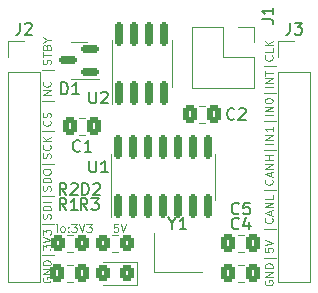
<source format=gto>
G04 #@! TF.GenerationSoftware,KiCad,Pcbnew,7.0.1*
G04 #@! TF.CreationDate,2023-10-25T20:54:25+02:00*
G04 #@! TF.ProjectId,canfd_breakout,63616e66-645f-4627-9265-616b6f75742e,rev?*
G04 #@! TF.SameCoordinates,Original*
G04 #@! TF.FileFunction,Legend,Top*
G04 #@! TF.FilePolarity,Positive*
%FSLAX46Y46*%
G04 Gerber Fmt 4.6, Leading zero omitted, Abs format (unit mm)*
G04 Created by KiCad (PCBNEW 7.0.1) date 2023-10-25 20:54:25*
%MOMM*%
%LPD*%
G01*
G04 APERTURE LIST*
G04 Aperture macros list*
%AMRoundRect*
0 Rectangle with rounded corners*
0 $1 Rounding radius*
0 $2 $3 $4 $5 $6 $7 $8 $9 X,Y pos of 4 corners*
0 Add a 4 corners polygon primitive as box body*
4,1,4,$2,$3,$4,$5,$6,$7,$8,$9,$2,$3,0*
0 Add four circle primitives for the rounded corners*
1,1,$1+$1,$2,$3*
1,1,$1+$1,$4,$5*
1,1,$1+$1,$6,$7*
1,1,$1+$1,$8,$9*
0 Add four rect primitives between the rounded corners*
20,1,$1+$1,$2,$3,$4,$5,0*
20,1,$1+$1,$4,$5,$6,$7,0*
20,1,$1+$1,$6,$7,$8,$9,0*
20,1,$1+$1,$8,$9,$2,$3,0*%
G04 Aperture macros list end*
%ADD10C,0.100000*%
%ADD11C,0.150000*%
%ADD12C,0.120000*%
%ADD13RoundRect,0.250000X-0.337500X-0.475000X0.337500X-0.475000X0.337500X0.475000X-0.337500X0.475000X0*%
%ADD14RoundRect,0.250000X0.325000X0.450000X-0.325000X0.450000X-0.325000X-0.450000X0.325000X-0.450000X0*%
%ADD15RoundRect,0.250000X0.350000X0.450000X-0.350000X0.450000X-0.350000X-0.450000X0.350000X-0.450000X0*%
%ADD16RoundRect,0.250000X-0.350000X-0.450000X0.350000X-0.450000X0.350000X0.450000X-0.350000X0.450000X0*%
%ADD17RoundRect,0.250000X0.337500X0.475000X-0.337500X0.475000X-0.337500X-0.475000X0.337500X-0.475000X0*%
%ADD18R,1.700000X1.700000*%
%ADD19O,1.700000X1.700000*%
%ADD20R,1.400000X1.200000*%
%ADD21RoundRect,0.150000X0.150000X-0.825000X0.150000X0.825000X-0.150000X0.825000X-0.150000X-0.825000X0*%
%ADD22RoundRect,0.150000X0.587500X0.150000X-0.587500X0.150000X-0.587500X-0.150000X0.587500X-0.150000X0*%
G04 APERTURE END LIST*
D10*
X102782666Y-114849333D02*
X102782666Y-114382666D01*
X102782666Y-114149333D02*
X102749333Y-114182666D01*
X102749333Y-114182666D02*
X102782666Y-114216000D01*
X102782666Y-114216000D02*
X102816000Y-114182666D01*
X102816000Y-114182666D02*
X102782666Y-114149333D01*
X102782666Y-114149333D02*
X102782666Y-114216000D01*
X103215999Y-114849333D02*
X103149333Y-114816000D01*
X103149333Y-114816000D02*
X103115999Y-114782666D01*
X103115999Y-114782666D02*
X103082666Y-114716000D01*
X103082666Y-114716000D02*
X103082666Y-114516000D01*
X103082666Y-114516000D02*
X103115999Y-114449333D01*
X103115999Y-114449333D02*
X103149333Y-114416000D01*
X103149333Y-114416000D02*
X103215999Y-114382666D01*
X103215999Y-114382666D02*
X103315999Y-114382666D01*
X103315999Y-114382666D02*
X103382666Y-114416000D01*
X103382666Y-114416000D02*
X103415999Y-114449333D01*
X103415999Y-114449333D02*
X103449333Y-114516000D01*
X103449333Y-114516000D02*
X103449333Y-114716000D01*
X103449333Y-114716000D02*
X103415999Y-114782666D01*
X103415999Y-114782666D02*
X103382666Y-114816000D01*
X103382666Y-114816000D02*
X103315999Y-114849333D01*
X103315999Y-114849333D02*
X103215999Y-114849333D01*
X103749332Y-114782666D02*
X103782666Y-114816000D01*
X103782666Y-114816000D02*
X103749332Y-114849333D01*
X103749332Y-114849333D02*
X103715999Y-114816000D01*
X103715999Y-114816000D02*
X103749332Y-114782666D01*
X103749332Y-114782666D02*
X103749332Y-114849333D01*
X103749332Y-114416000D02*
X103782666Y-114449333D01*
X103782666Y-114449333D02*
X103749332Y-114482666D01*
X103749332Y-114482666D02*
X103715999Y-114449333D01*
X103715999Y-114449333D02*
X103749332Y-114416000D01*
X103749332Y-114416000D02*
X103749332Y-114482666D01*
X104015999Y-114149333D02*
X104449332Y-114149333D01*
X104449332Y-114149333D02*
X104215999Y-114416000D01*
X104215999Y-114416000D02*
X104315999Y-114416000D01*
X104315999Y-114416000D02*
X104382665Y-114449333D01*
X104382665Y-114449333D02*
X104415999Y-114482666D01*
X104415999Y-114482666D02*
X104449332Y-114549333D01*
X104449332Y-114549333D02*
X104449332Y-114716000D01*
X104449332Y-114716000D02*
X104415999Y-114782666D01*
X104415999Y-114782666D02*
X104382665Y-114816000D01*
X104382665Y-114816000D02*
X104315999Y-114849333D01*
X104315999Y-114849333D02*
X104115999Y-114849333D01*
X104115999Y-114849333D02*
X104049332Y-114816000D01*
X104049332Y-114816000D02*
X104015999Y-114782666D01*
X104649332Y-114149333D02*
X104882666Y-114849333D01*
X104882666Y-114849333D02*
X105115999Y-114149333D01*
X105282666Y-114149333D02*
X105715999Y-114149333D01*
X105715999Y-114149333D02*
X105482666Y-114416000D01*
X105482666Y-114416000D02*
X105582666Y-114416000D01*
X105582666Y-114416000D02*
X105649332Y-114449333D01*
X105649332Y-114449333D02*
X105682666Y-114482666D01*
X105682666Y-114482666D02*
X105715999Y-114549333D01*
X105715999Y-114549333D02*
X105715999Y-114716000D01*
X105715999Y-114716000D02*
X105682666Y-114782666D01*
X105682666Y-114782666D02*
X105649332Y-114816000D01*
X105649332Y-114816000D02*
X105582666Y-114849333D01*
X105582666Y-114849333D02*
X105382666Y-114849333D01*
X105382666Y-114849333D02*
X105315999Y-114816000D01*
X105315999Y-114816000D02*
X105282666Y-114782666D01*
X107949332Y-114149333D02*
X107615998Y-114149333D01*
X107615998Y-114149333D02*
X107582665Y-114482666D01*
X107582665Y-114482666D02*
X107615998Y-114449333D01*
X107615998Y-114449333D02*
X107682665Y-114416000D01*
X107682665Y-114416000D02*
X107849332Y-114416000D01*
X107849332Y-114416000D02*
X107915998Y-114449333D01*
X107915998Y-114449333D02*
X107949332Y-114482666D01*
X107949332Y-114482666D02*
X107982665Y-114549333D01*
X107982665Y-114549333D02*
X107982665Y-114716000D01*
X107982665Y-114716000D02*
X107949332Y-114782666D01*
X107949332Y-114782666D02*
X107915998Y-114816000D01*
X107915998Y-114816000D02*
X107849332Y-114849333D01*
X107849332Y-114849333D02*
X107682665Y-114849333D01*
X107682665Y-114849333D02*
X107615998Y-114816000D01*
X107615998Y-114816000D02*
X107582665Y-114782666D01*
X108182665Y-114149333D02*
X108415999Y-114849333D01*
X108415999Y-114849333D02*
X108649332Y-114149333D01*
X120405666Y-118973666D02*
X120372333Y-119040333D01*
X120372333Y-119040333D02*
X120372333Y-119140333D01*
X120372333Y-119140333D02*
X120405666Y-119240333D01*
X120405666Y-119240333D02*
X120472333Y-119307000D01*
X120472333Y-119307000D02*
X120539000Y-119340333D01*
X120539000Y-119340333D02*
X120672333Y-119373666D01*
X120672333Y-119373666D02*
X120772333Y-119373666D01*
X120772333Y-119373666D02*
X120905666Y-119340333D01*
X120905666Y-119340333D02*
X120972333Y-119307000D01*
X120972333Y-119307000D02*
X121039000Y-119240333D01*
X121039000Y-119240333D02*
X121072333Y-119140333D01*
X121072333Y-119140333D02*
X121072333Y-119073666D01*
X121072333Y-119073666D02*
X121039000Y-118973666D01*
X121039000Y-118973666D02*
X121005666Y-118940333D01*
X121005666Y-118940333D02*
X120772333Y-118940333D01*
X120772333Y-118940333D02*
X120772333Y-119073666D01*
X121072333Y-118640333D02*
X120372333Y-118640333D01*
X120372333Y-118640333D02*
X121072333Y-118240333D01*
X121072333Y-118240333D02*
X120372333Y-118240333D01*
X121072333Y-117907000D02*
X120372333Y-117907000D01*
X120372333Y-117907000D02*
X120372333Y-117740333D01*
X120372333Y-117740333D02*
X120405666Y-117640333D01*
X120405666Y-117640333D02*
X120472333Y-117573667D01*
X120472333Y-117573667D02*
X120539000Y-117540333D01*
X120539000Y-117540333D02*
X120672333Y-117507000D01*
X120672333Y-117507000D02*
X120772333Y-117507000D01*
X120772333Y-117507000D02*
X120905666Y-117540333D01*
X120905666Y-117540333D02*
X120972333Y-117573667D01*
X120972333Y-117573667D02*
X121039000Y-117640333D01*
X121039000Y-117640333D02*
X121072333Y-117740333D01*
X121072333Y-117740333D02*
X121072333Y-117907000D01*
X121305666Y-117040333D02*
X120305666Y-117040333D01*
X120372333Y-116207000D02*
X120372333Y-116540333D01*
X120372333Y-116540333D02*
X120705666Y-116573666D01*
X120705666Y-116573666D02*
X120672333Y-116540333D01*
X120672333Y-116540333D02*
X120639000Y-116473666D01*
X120639000Y-116473666D02*
X120639000Y-116307000D01*
X120639000Y-116307000D02*
X120672333Y-116240333D01*
X120672333Y-116240333D02*
X120705666Y-116207000D01*
X120705666Y-116207000D02*
X120772333Y-116173666D01*
X120772333Y-116173666D02*
X120939000Y-116173666D01*
X120939000Y-116173666D02*
X121005666Y-116207000D01*
X121005666Y-116207000D02*
X121039000Y-116240333D01*
X121039000Y-116240333D02*
X121072333Y-116307000D01*
X121072333Y-116307000D02*
X121072333Y-116473666D01*
X121072333Y-116473666D02*
X121039000Y-116540333D01*
X121039000Y-116540333D02*
X121005666Y-116573666D01*
X120372333Y-115973666D02*
X121072333Y-115740333D01*
X121072333Y-115740333D02*
X120372333Y-115506999D01*
X121305666Y-114573666D02*
X120305666Y-114573666D01*
X121005666Y-113673666D02*
X121039000Y-113706999D01*
X121039000Y-113706999D02*
X121072333Y-113806999D01*
X121072333Y-113806999D02*
X121072333Y-113873666D01*
X121072333Y-113873666D02*
X121039000Y-113973666D01*
X121039000Y-113973666D02*
X120972333Y-114040333D01*
X120972333Y-114040333D02*
X120905666Y-114073666D01*
X120905666Y-114073666D02*
X120772333Y-114106999D01*
X120772333Y-114106999D02*
X120672333Y-114106999D01*
X120672333Y-114106999D02*
X120539000Y-114073666D01*
X120539000Y-114073666D02*
X120472333Y-114040333D01*
X120472333Y-114040333D02*
X120405666Y-113973666D01*
X120405666Y-113973666D02*
X120372333Y-113873666D01*
X120372333Y-113873666D02*
X120372333Y-113806999D01*
X120372333Y-113806999D02*
X120405666Y-113706999D01*
X120405666Y-113706999D02*
X120439000Y-113673666D01*
X120872333Y-113406999D02*
X120872333Y-113073666D01*
X121072333Y-113473666D02*
X120372333Y-113240333D01*
X120372333Y-113240333D02*
X121072333Y-113006999D01*
X121072333Y-112773666D02*
X120372333Y-112773666D01*
X120372333Y-112773666D02*
X121072333Y-112373666D01*
X121072333Y-112373666D02*
X120372333Y-112373666D01*
X121072333Y-111707000D02*
X121072333Y-112040333D01*
X121072333Y-112040333D02*
X120372333Y-112040333D01*
X121305666Y-111306999D02*
X120305666Y-111306999D01*
X121005666Y-110406999D02*
X121039000Y-110440332D01*
X121039000Y-110440332D02*
X121072333Y-110540332D01*
X121072333Y-110540332D02*
X121072333Y-110606999D01*
X121072333Y-110606999D02*
X121039000Y-110706999D01*
X121039000Y-110706999D02*
X120972333Y-110773666D01*
X120972333Y-110773666D02*
X120905666Y-110806999D01*
X120905666Y-110806999D02*
X120772333Y-110840332D01*
X120772333Y-110840332D02*
X120672333Y-110840332D01*
X120672333Y-110840332D02*
X120539000Y-110806999D01*
X120539000Y-110806999D02*
X120472333Y-110773666D01*
X120472333Y-110773666D02*
X120405666Y-110706999D01*
X120405666Y-110706999D02*
X120372333Y-110606999D01*
X120372333Y-110606999D02*
X120372333Y-110540332D01*
X120372333Y-110540332D02*
X120405666Y-110440332D01*
X120405666Y-110440332D02*
X120439000Y-110406999D01*
X120872333Y-110140332D02*
X120872333Y-109806999D01*
X121072333Y-110206999D02*
X120372333Y-109973666D01*
X120372333Y-109973666D02*
X121072333Y-109740332D01*
X121072333Y-109506999D02*
X120372333Y-109506999D01*
X120372333Y-109506999D02*
X121072333Y-109106999D01*
X121072333Y-109106999D02*
X120372333Y-109106999D01*
X121072333Y-108773666D02*
X120372333Y-108773666D01*
X120705666Y-108773666D02*
X120705666Y-108373666D01*
X121072333Y-108373666D02*
X120372333Y-108373666D01*
X121305666Y-107873666D02*
X120305666Y-107873666D01*
X121072333Y-107373666D02*
X120372333Y-107373666D01*
X121072333Y-107040333D02*
X120372333Y-107040333D01*
X120372333Y-107040333D02*
X121072333Y-106640333D01*
X121072333Y-106640333D02*
X120372333Y-106640333D01*
X121072333Y-105940333D02*
X121072333Y-106340333D01*
X121072333Y-106140333D02*
X120372333Y-106140333D01*
X120372333Y-106140333D02*
X120472333Y-106207000D01*
X120472333Y-106207000D02*
X120539000Y-106273667D01*
X120539000Y-106273667D02*
X120572333Y-106340333D01*
X121305666Y-105473666D02*
X120305666Y-105473666D01*
X121072333Y-104973666D02*
X120372333Y-104973666D01*
X121072333Y-104640333D02*
X120372333Y-104640333D01*
X120372333Y-104640333D02*
X121072333Y-104240333D01*
X121072333Y-104240333D02*
X120372333Y-104240333D01*
X120372333Y-103773667D02*
X120372333Y-103707000D01*
X120372333Y-103707000D02*
X120405666Y-103640333D01*
X120405666Y-103640333D02*
X120439000Y-103607000D01*
X120439000Y-103607000D02*
X120505666Y-103573667D01*
X120505666Y-103573667D02*
X120639000Y-103540333D01*
X120639000Y-103540333D02*
X120805666Y-103540333D01*
X120805666Y-103540333D02*
X120939000Y-103573667D01*
X120939000Y-103573667D02*
X121005666Y-103607000D01*
X121005666Y-103607000D02*
X121039000Y-103640333D01*
X121039000Y-103640333D02*
X121072333Y-103707000D01*
X121072333Y-103707000D02*
X121072333Y-103773667D01*
X121072333Y-103773667D02*
X121039000Y-103840333D01*
X121039000Y-103840333D02*
X121005666Y-103873667D01*
X121005666Y-103873667D02*
X120939000Y-103907000D01*
X120939000Y-103907000D02*
X120805666Y-103940333D01*
X120805666Y-103940333D02*
X120639000Y-103940333D01*
X120639000Y-103940333D02*
X120505666Y-103907000D01*
X120505666Y-103907000D02*
X120439000Y-103873667D01*
X120439000Y-103873667D02*
X120405666Y-103840333D01*
X120405666Y-103840333D02*
X120372333Y-103773667D01*
X121305666Y-103073666D02*
X120305666Y-103073666D01*
X121072333Y-102573666D02*
X120372333Y-102573666D01*
X121072333Y-102240333D02*
X120372333Y-102240333D01*
X120372333Y-102240333D02*
X121072333Y-101840333D01*
X121072333Y-101840333D02*
X120372333Y-101840333D01*
X120372333Y-101607000D02*
X120372333Y-101207000D01*
X121072333Y-101407000D02*
X120372333Y-101407000D01*
X121305666Y-100807000D02*
X120305666Y-100807000D01*
X121005666Y-99907000D02*
X121039000Y-99940333D01*
X121039000Y-99940333D02*
X121072333Y-100040333D01*
X121072333Y-100040333D02*
X121072333Y-100107000D01*
X121072333Y-100107000D02*
X121039000Y-100207000D01*
X121039000Y-100207000D02*
X120972333Y-100273667D01*
X120972333Y-100273667D02*
X120905666Y-100307000D01*
X120905666Y-100307000D02*
X120772333Y-100340333D01*
X120772333Y-100340333D02*
X120672333Y-100340333D01*
X120672333Y-100340333D02*
X120539000Y-100307000D01*
X120539000Y-100307000D02*
X120472333Y-100273667D01*
X120472333Y-100273667D02*
X120405666Y-100207000D01*
X120405666Y-100207000D02*
X120372333Y-100107000D01*
X120372333Y-100107000D02*
X120372333Y-100040333D01*
X120372333Y-100040333D02*
X120405666Y-99940333D01*
X120405666Y-99940333D02*
X120439000Y-99907000D01*
X121072333Y-99273667D02*
X121072333Y-99607000D01*
X121072333Y-99607000D02*
X120372333Y-99607000D01*
X121072333Y-99040333D02*
X120372333Y-99040333D01*
X121072333Y-98640333D02*
X120672333Y-98940333D01*
X120372333Y-98640333D02*
X120772333Y-99040333D01*
X101609666Y-118719666D02*
X101576333Y-118786333D01*
X101576333Y-118786333D02*
X101576333Y-118886333D01*
X101576333Y-118886333D02*
X101609666Y-118986333D01*
X101609666Y-118986333D02*
X101676333Y-119053000D01*
X101676333Y-119053000D02*
X101743000Y-119086333D01*
X101743000Y-119086333D02*
X101876333Y-119119666D01*
X101876333Y-119119666D02*
X101976333Y-119119666D01*
X101976333Y-119119666D02*
X102109666Y-119086333D01*
X102109666Y-119086333D02*
X102176333Y-119053000D01*
X102176333Y-119053000D02*
X102243000Y-118986333D01*
X102243000Y-118986333D02*
X102276333Y-118886333D01*
X102276333Y-118886333D02*
X102276333Y-118819666D01*
X102276333Y-118819666D02*
X102243000Y-118719666D01*
X102243000Y-118719666D02*
X102209666Y-118686333D01*
X102209666Y-118686333D02*
X101976333Y-118686333D01*
X101976333Y-118686333D02*
X101976333Y-118819666D01*
X102276333Y-118386333D02*
X101576333Y-118386333D01*
X101576333Y-118386333D02*
X102276333Y-117986333D01*
X102276333Y-117986333D02*
X101576333Y-117986333D01*
X102276333Y-117653000D02*
X101576333Y-117653000D01*
X101576333Y-117653000D02*
X101576333Y-117486333D01*
X101576333Y-117486333D02*
X101609666Y-117386333D01*
X101609666Y-117386333D02*
X101676333Y-117319667D01*
X101676333Y-117319667D02*
X101743000Y-117286333D01*
X101743000Y-117286333D02*
X101876333Y-117253000D01*
X101876333Y-117253000D02*
X101976333Y-117253000D01*
X101976333Y-117253000D02*
X102109666Y-117286333D01*
X102109666Y-117286333D02*
X102176333Y-117319667D01*
X102176333Y-117319667D02*
X102243000Y-117386333D01*
X102243000Y-117386333D02*
X102276333Y-117486333D01*
X102276333Y-117486333D02*
X102276333Y-117653000D01*
X102509666Y-116786333D02*
X101509666Y-116786333D01*
X101576333Y-116353000D02*
X101576333Y-115919666D01*
X101576333Y-115919666D02*
X101843000Y-116153000D01*
X101843000Y-116153000D02*
X101843000Y-116053000D01*
X101843000Y-116053000D02*
X101876333Y-115986333D01*
X101876333Y-115986333D02*
X101909666Y-115953000D01*
X101909666Y-115953000D02*
X101976333Y-115919666D01*
X101976333Y-115919666D02*
X102143000Y-115919666D01*
X102143000Y-115919666D02*
X102209666Y-115953000D01*
X102209666Y-115953000D02*
X102243000Y-115986333D01*
X102243000Y-115986333D02*
X102276333Y-116053000D01*
X102276333Y-116053000D02*
X102276333Y-116253000D01*
X102276333Y-116253000D02*
X102243000Y-116319666D01*
X102243000Y-116319666D02*
X102209666Y-116353000D01*
X101576333Y-115719666D02*
X102276333Y-115486333D01*
X102276333Y-115486333D02*
X101576333Y-115252999D01*
X101576333Y-115086333D02*
X101576333Y-114652999D01*
X101576333Y-114652999D02*
X101843000Y-114886333D01*
X101843000Y-114886333D02*
X101843000Y-114786333D01*
X101843000Y-114786333D02*
X101876333Y-114719666D01*
X101876333Y-114719666D02*
X101909666Y-114686333D01*
X101909666Y-114686333D02*
X101976333Y-114652999D01*
X101976333Y-114652999D02*
X102143000Y-114652999D01*
X102143000Y-114652999D02*
X102209666Y-114686333D01*
X102209666Y-114686333D02*
X102243000Y-114719666D01*
X102243000Y-114719666D02*
X102276333Y-114786333D01*
X102276333Y-114786333D02*
X102276333Y-114986333D01*
X102276333Y-114986333D02*
X102243000Y-115052999D01*
X102243000Y-115052999D02*
X102209666Y-115086333D01*
X102509666Y-114186332D02*
X101509666Y-114186332D01*
X102243000Y-113719665D02*
X102276333Y-113619665D01*
X102276333Y-113619665D02*
X102276333Y-113452999D01*
X102276333Y-113452999D02*
X102243000Y-113386332D01*
X102243000Y-113386332D02*
X102209666Y-113352999D01*
X102209666Y-113352999D02*
X102143000Y-113319665D01*
X102143000Y-113319665D02*
X102076333Y-113319665D01*
X102076333Y-113319665D02*
X102009666Y-113352999D01*
X102009666Y-113352999D02*
X101976333Y-113386332D01*
X101976333Y-113386332D02*
X101943000Y-113452999D01*
X101943000Y-113452999D02*
X101909666Y-113586332D01*
X101909666Y-113586332D02*
X101876333Y-113652999D01*
X101876333Y-113652999D02*
X101843000Y-113686332D01*
X101843000Y-113686332D02*
X101776333Y-113719665D01*
X101776333Y-113719665D02*
X101709666Y-113719665D01*
X101709666Y-113719665D02*
X101643000Y-113686332D01*
X101643000Y-113686332D02*
X101609666Y-113652999D01*
X101609666Y-113652999D02*
X101576333Y-113586332D01*
X101576333Y-113586332D02*
X101576333Y-113419665D01*
X101576333Y-113419665D02*
X101609666Y-113319665D01*
X102276333Y-113019665D02*
X101576333Y-113019665D01*
X101576333Y-113019665D02*
X101576333Y-112852998D01*
X101576333Y-112852998D02*
X101609666Y-112752998D01*
X101609666Y-112752998D02*
X101676333Y-112686332D01*
X101676333Y-112686332D02*
X101743000Y-112652998D01*
X101743000Y-112652998D02*
X101876333Y-112619665D01*
X101876333Y-112619665D02*
X101976333Y-112619665D01*
X101976333Y-112619665D02*
X102109666Y-112652998D01*
X102109666Y-112652998D02*
X102176333Y-112686332D01*
X102176333Y-112686332D02*
X102243000Y-112752998D01*
X102243000Y-112752998D02*
X102276333Y-112852998D01*
X102276333Y-112852998D02*
X102276333Y-113019665D01*
X102276333Y-112319665D02*
X101576333Y-112319665D01*
X102509666Y-111819665D02*
X101509666Y-111819665D01*
X102243000Y-111352998D02*
X102276333Y-111252998D01*
X102276333Y-111252998D02*
X102276333Y-111086332D01*
X102276333Y-111086332D02*
X102243000Y-111019665D01*
X102243000Y-111019665D02*
X102209666Y-110986332D01*
X102209666Y-110986332D02*
X102143000Y-110952998D01*
X102143000Y-110952998D02*
X102076333Y-110952998D01*
X102076333Y-110952998D02*
X102009666Y-110986332D01*
X102009666Y-110986332D02*
X101976333Y-111019665D01*
X101976333Y-111019665D02*
X101943000Y-111086332D01*
X101943000Y-111086332D02*
X101909666Y-111219665D01*
X101909666Y-111219665D02*
X101876333Y-111286332D01*
X101876333Y-111286332D02*
X101843000Y-111319665D01*
X101843000Y-111319665D02*
X101776333Y-111352998D01*
X101776333Y-111352998D02*
X101709666Y-111352998D01*
X101709666Y-111352998D02*
X101643000Y-111319665D01*
X101643000Y-111319665D02*
X101609666Y-111286332D01*
X101609666Y-111286332D02*
X101576333Y-111219665D01*
X101576333Y-111219665D02*
X101576333Y-111052998D01*
X101576333Y-111052998D02*
X101609666Y-110952998D01*
X102276333Y-110652998D02*
X101576333Y-110652998D01*
X101576333Y-110652998D02*
X101576333Y-110486331D01*
X101576333Y-110486331D02*
X101609666Y-110386331D01*
X101609666Y-110386331D02*
X101676333Y-110319665D01*
X101676333Y-110319665D02*
X101743000Y-110286331D01*
X101743000Y-110286331D02*
X101876333Y-110252998D01*
X101876333Y-110252998D02*
X101976333Y-110252998D01*
X101976333Y-110252998D02*
X102109666Y-110286331D01*
X102109666Y-110286331D02*
X102176333Y-110319665D01*
X102176333Y-110319665D02*
X102243000Y-110386331D01*
X102243000Y-110386331D02*
X102276333Y-110486331D01*
X102276333Y-110486331D02*
X102276333Y-110652998D01*
X101576333Y-109819665D02*
X101576333Y-109686331D01*
X101576333Y-109686331D02*
X101609666Y-109619665D01*
X101609666Y-109619665D02*
X101676333Y-109552998D01*
X101676333Y-109552998D02*
X101809666Y-109519665D01*
X101809666Y-109519665D02*
X102043000Y-109519665D01*
X102043000Y-109519665D02*
X102176333Y-109552998D01*
X102176333Y-109552998D02*
X102243000Y-109619665D01*
X102243000Y-109619665D02*
X102276333Y-109686331D01*
X102276333Y-109686331D02*
X102276333Y-109819665D01*
X102276333Y-109819665D02*
X102243000Y-109886331D01*
X102243000Y-109886331D02*
X102176333Y-109952998D01*
X102176333Y-109952998D02*
X102043000Y-109986331D01*
X102043000Y-109986331D02*
X101809666Y-109986331D01*
X101809666Y-109986331D02*
X101676333Y-109952998D01*
X101676333Y-109952998D02*
X101609666Y-109886331D01*
X101609666Y-109886331D02*
X101576333Y-109819665D01*
X102509666Y-109052998D02*
X101509666Y-109052998D01*
X102243000Y-108586331D02*
X102276333Y-108486331D01*
X102276333Y-108486331D02*
X102276333Y-108319665D01*
X102276333Y-108319665D02*
X102243000Y-108252998D01*
X102243000Y-108252998D02*
X102209666Y-108219665D01*
X102209666Y-108219665D02*
X102143000Y-108186331D01*
X102143000Y-108186331D02*
X102076333Y-108186331D01*
X102076333Y-108186331D02*
X102009666Y-108219665D01*
X102009666Y-108219665D02*
X101976333Y-108252998D01*
X101976333Y-108252998D02*
X101943000Y-108319665D01*
X101943000Y-108319665D02*
X101909666Y-108452998D01*
X101909666Y-108452998D02*
X101876333Y-108519665D01*
X101876333Y-108519665D02*
X101843000Y-108552998D01*
X101843000Y-108552998D02*
X101776333Y-108586331D01*
X101776333Y-108586331D02*
X101709666Y-108586331D01*
X101709666Y-108586331D02*
X101643000Y-108552998D01*
X101643000Y-108552998D02*
X101609666Y-108519665D01*
X101609666Y-108519665D02*
X101576333Y-108452998D01*
X101576333Y-108452998D02*
X101576333Y-108286331D01*
X101576333Y-108286331D02*
X101609666Y-108186331D01*
X102209666Y-107486331D02*
X102243000Y-107519664D01*
X102243000Y-107519664D02*
X102276333Y-107619664D01*
X102276333Y-107619664D02*
X102276333Y-107686331D01*
X102276333Y-107686331D02*
X102243000Y-107786331D01*
X102243000Y-107786331D02*
X102176333Y-107852998D01*
X102176333Y-107852998D02*
X102109666Y-107886331D01*
X102109666Y-107886331D02*
X101976333Y-107919664D01*
X101976333Y-107919664D02*
X101876333Y-107919664D01*
X101876333Y-107919664D02*
X101743000Y-107886331D01*
X101743000Y-107886331D02*
X101676333Y-107852998D01*
X101676333Y-107852998D02*
X101609666Y-107786331D01*
X101609666Y-107786331D02*
X101576333Y-107686331D01*
X101576333Y-107686331D02*
X101576333Y-107619664D01*
X101576333Y-107619664D02*
X101609666Y-107519664D01*
X101609666Y-107519664D02*
X101643000Y-107486331D01*
X102276333Y-107186331D02*
X101576333Y-107186331D01*
X102276333Y-106786331D02*
X101876333Y-107086331D01*
X101576333Y-106786331D02*
X101976333Y-107186331D01*
X102509666Y-106319664D02*
X101509666Y-106319664D01*
X102209666Y-105419664D02*
X102243000Y-105452997D01*
X102243000Y-105452997D02*
X102276333Y-105552997D01*
X102276333Y-105552997D02*
X102276333Y-105619664D01*
X102276333Y-105619664D02*
X102243000Y-105719664D01*
X102243000Y-105719664D02*
X102176333Y-105786331D01*
X102176333Y-105786331D02*
X102109666Y-105819664D01*
X102109666Y-105819664D02*
X101976333Y-105852997D01*
X101976333Y-105852997D02*
X101876333Y-105852997D01*
X101876333Y-105852997D02*
X101743000Y-105819664D01*
X101743000Y-105819664D02*
X101676333Y-105786331D01*
X101676333Y-105786331D02*
X101609666Y-105719664D01*
X101609666Y-105719664D02*
X101576333Y-105619664D01*
X101576333Y-105619664D02*
X101576333Y-105552997D01*
X101576333Y-105552997D02*
X101609666Y-105452997D01*
X101609666Y-105452997D02*
X101643000Y-105419664D01*
X102243000Y-105152997D02*
X102276333Y-105052997D01*
X102276333Y-105052997D02*
X102276333Y-104886331D01*
X102276333Y-104886331D02*
X102243000Y-104819664D01*
X102243000Y-104819664D02*
X102209666Y-104786331D01*
X102209666Y-104786331D02*
X102143000Y-104752997D01*
X102143000Y-104752997D02*
X102076333Y-104752997D01*
X102076333Y-104752997D02*
X102009666Y-104786331D01*
X102009666Y-104786331D02*
X101976333Y-104819664D01*
X101976333Y-104819664D02*
X101943000Y-104886331D01*
X101943000Y-104886331D02*
X101909666Y-105019664D01*
X101909666Y-105019664D02*
X101876333Y-105086331D01*
X101876333Y-105086331D02*
X101843000Y-105119664D01*
X101843000Y-105119664D02*
X101776333Y-105152997D01*
X101776333Y-105152997D02*
X101709666Y-105152997D01*
X101709666Y-105152997D02*
X101643000Y-105119664D01*
X101643000Y-105119664D02*
X101609666Y-105086331D01*
X101609666Y-105086331D02*
X101576333Y-105019664D01*
X101576333Y-105019664D02*
X101576333Y-104852997D01*
X101576333Y-104852997D02*
X101609666Y-104752997D01*
X102509666Y-103752997D02*
X101509666Y-103752997D01*
X102276333Y-103252997D02*
X101576333Y-103252997D01*
X101576333Y-103252997D02*
X102276333Y-102852997D01*
X102276333Y-102852997D02*
X101576333Y-102852997D01*
X102209666Y-102119664D02*
X102243000Y-102152997D01*
X102243000Y-102152997D02*
X102276333Y-102252997D01*
X102276333Y-102252997D02*
X102276333Y-102319664D01*
X102276333Y-102319664D02*
X102243000Y-102419664D01*
X102243000Y-102419664D02*
X102176333Y-102486331D01*
X102176333Y-102486331D02*
X102109666Y-102519664D01*
X102109666Y-102519664D02*
X101976333Y-102552997D01*
X101976333Y-102552997D02*
X101876333Y-102552997D01*
X101876333Y-102552997D02*
X101743000Y-102519664D01*
X101743000Y-102519664D02*
X101676333Y-102486331D01*
X101676333Y-102486331D02*
X101609666Y-102419664D01*
X101609666Y-102419664D02*
X101576333Y-102319664D01*
X101576333Y-102319664D02*
X101576333Y-102252997D01*
X101576333Y-102252997D02*
X101609666Y-102152997D01*
X101609666Y-102152997D02*
X101643000Y-102119664D01*
X102509666Y-101119664D02*
X101509666Y-101119664D01*
X102243000Y-100652997D02*
X102276333Y-100552997D01*
X102276333Y-100552997D02*
X102276333Y-100386331D01*
X102276333Y-100386331D02*
X102243000Y-100319664D01*
X102243000Y-100319664D02*
X102209666Y-100286331D01*
X102209666Y-100286331D02*
X102143000Y-100252997D01*
X102143000Y-100252997D02*
X102076333Y-100252997D01*
X102076333Y-100252997D02*
X102009666Y-100286331D01*
X102009666Y-100286331D02*
X101976333Y-100319664D01*
X101976333Y-100319664D02*
X101943000Y-100386331D01*
X101943000Y-100386331D02*
X101909666Y-100519664D01*
X101909666Y-100519664D02*
X101876333Y-100586331D01*
X101876333Y-100586331D02*
X101843000Y-100619664D01*
X101843000Y-100619664D02*
X101776333Y-100652997D01*
X101776333Y-100652997D02*
X101709666Y-100652997D01*
X101709666Y-100652997D02*
X101643000Y-100619664D01*
X101643000Y-100619664D02*
X101609666Y-100586331D01*
X101609666Y-100586331D02*
X101576333Y-100519664D01*
X101576333Y-100519664D02*
X101576333Y-100352997D01*
X101576333Y-100352997D02*
X101609666Y-100252997D01*
X101576333Y-100052997D02*
X101576333Y-99652997D01*
X102276333Y-99852997D02*
X101576333Y-99852997D01*
X101909666Y-99186331D02*
X101943000Y-99086331D01*
X101943000Y-99086331D02*
X101976333Y-99052997D01*
X101976333Y-99052997D02*
X102043000Y-99019664D01*
X102043000Y-99019664D02*
X102143000Y-99019664D01*
X102143000Y-99019664D02*
X102209666Y-99052997D01*
X102209666Y-99052997D02*
X102243000Y-99086331D01*
X102243000Y-99086331D02*
X102276333Y-99152997D01*
X102276333Y-99152997D02*
X102276333Y-99419664D01*
X102276333Y-99419664D02*
X101576333Y-99419664D01*
X101576333Y-99419664D02*
X101576333Y-99186331D01*
X101576333Y-99186331D02*
X101609666Y-99119664D01*
X101609666Y-99119664D02*
X101643000Y-99086331D01*
X101643000Y-99086331D02*
X101709666Y-99052997D01*
X101709666Y-99052997D02*
X101776333Y-99052997D01*
X101776333Y-99052997D02*
X101843000Y-99086331D01*
X101843000Y-99086331D02*
X101876333Y-99119664D01*
X101876333Y-99119664D02*
X101909666Y-99186331D01*
X101909666Y-99186331D02*
X101909666Y-99419664D01*
X101943000Y-98586331D02*
X102276333Y-98586331D01*
X101576333Y-98819664D02*
X101943000Y-98586331D01*
X101943000Y-98586331D02*
X101576333Y-98352997D01*
D11*
X103592333Y-112984619D02*
X103259000Y-112508428D01*
X103020905Y-112984619D02*
X103020905Y-111984619D01*
X103020905Y-111984619D02*
X103401857Y-111984619D01*
X103401857Y-111984619D02*
X103497095Y-112032238D01*
X103497095Y-112032238D02*
X103544714Y-112079857D01*
X103544714Y-112079857D02*
X103592333Y-112175095D01*
X103592333Y-112175095D02*
X103592333Y-112317952D01*
X103592333Y-112317952D02*
X103544714Y-112413190D01*
X103544714Y-112413190D02*
X103497095Y-112460809D01*
X103497095Y-112460809D02*
X103401857Y-112508428D01*
X103401857Y-112508428D02*
X103020905Y-112508428D01*
X104544714Y-112984619D02*
X103973286Y-112984619D01*
X104259000Y-112984619D02*
X104259000Y-111984619D01*
X104259000Y-111984619D02*
X104163762Y-112127476D01*
X104163762Y-112127476D02*
X104068524Y-112222714D01*
X104068524Y-112222714D02*
X103973286Y-112270333D01*
X104925905Y-111714619D02*
X104925905Y-110714619D01*
X104925905Y-110714619D02*
X105164000Y-110714619D01*
X105164000Y-110714619D02*
X105306857Y-110762238D01*
X105306857Y-110762238D02*
X105402095Y-110857476D01*
X105402095Y-110857476D02*
X105449714Y-110952714D01*
X105449714Y-110952714D02*
X105497333Y-111143190D01*
X105497333Y-111143190D02*
X105497333Y-111286047D01*
X105497333Y-111286047D02*
X105449714Y-111476523D01*
X105449714Y-111476523D02*
X105402095Y-111571761D01*
X105402095Y-111571761D02*
X105306857Y-111667000D01*
X105306857Y-111667000D02*
X105164000Y-111714619D01*
X105164000Y-111714619D02*
X104925905Y-111714619D01*
X105878286Y-110809857D02*
X105925905Y-110762238D01*
X105925905Y-110762238D02*
X106021143Y-110714619D01*
X106021143Y-110714619D02*
X106259238Y-110714619D01*
X106259238Y-110714619D02*
X106354476Y-110762238D01*
X106354476Y-110762238D02*
X106402095Y-110809857D01*
X106402095Y-110809857D02*
X106449714Y-110905095D01*
X106449714Y-110905095D02*
X106449714Y-111000333D01*
X106449714Y-111000333D02*
X106402095Y-111143190D01*
X106402095Y-111143190D02*
X105830667Y-111714619D01*
X105830667Y-111714619D02*
X106449714Y-111714619D01*
X105370333Y-112984619D02*
X105037000Y-112508428D01*
X104798905Y-112984619D02*
X104798905Y-111984619D01*
X104798905Y-111984619D02*
X105179857Y-111984619D01*
X105179857Y-111984619D02*
X105275095Y-112032238D01*
X105275095Y-112032238D02*
X105322714Y-112079857D01*
X105322714Y-112079857D02*
X105370333Y-112175095D01*
X105370333Y-112175095D02*
X105370333Y-112317952D01*
X105370333Y-112317952D02*
X105322714Y-112413190D01*
X105322714Y-112413190D02*
X105275095Y-112460809D01*
X105275095Y-112460809D02*
X105179857Y-112508428D01*
X105179857Y-112508428D02*
X104798905Y-112508428D01*
X105703667Y-111984619D02*
X106322714Y-111984619D01*
X106322714Y-111984619D02*
X105989381Y-112365571D01*
X105989381Y-112365571D02*
X106132238Y-112365571D01*
X106132238Y-112365571D02*
X106227476Y-112413190D01*
X106227476Y-112413190D02*
X106275095Y-112460809D01*
X106275095Y-112460809D02*
X106322714Y-112556047D01*
X106322714Y-112556047D02*
X106322714Y-112794142D01*
X106322714Y-112794142D02*
X106275095Y-112889380D01*
X106275095Y-112889380D02*
X106227476Y-112937000D01*
X106227476Y-112937000D02*
X106132238Y-112984619D01*
X106132238Y-112984619D02*
X105846524Y-112984619D01*
X105846524Y-112984619D02*
X105751286Y-112937000D01*
X105751286Y-112937000D02*
X105703667Y-112889380D01*
X103592333Y-111714619D02*
X103259000Y-111238428D01*
X103020905Y-111714619D02*
X103020905Y-110714619D01*
X103020905Y-110714619D02*
X103401857Y-110714619D01*
X103401857Y-110714619D02*
X103497095Y-110762238D01*
X103497095Y-110762238D02*
X103544714Y-110809857D01*
X103544714Y-110809857D02*
X103592333Y-110905095D01*
X103592333Y-110905095D02*
X103592333Y-111047952D01*
X103592333Y-111047952D02*
X103544714Y-111143190D01*
X103544714Y-111143190D02*
X103497095Y-111190809D01*
X103497095Y-111190809D02*
X103401857Y-111238428D01*
X103401857Y-111238428D02*
X103020905Y-111238428D01*
X103973286Y-110809857D02*
X104020905Y-110762238D01*
X104020905Y-110762238D02*
X104116143Y-110714619D01*
X104116143Y-110714619D02*
X104354238Y-110714619D01*
X104354238Y-110714619D02*
X104449476Y-110762238D01*
X104449476Y-110762238D02*
X104497095Y-110809857D01*
X104497095Y-110809857D02*
X104544714Y-110905095D01*
X104544714Y-110905095D02*
X104544714Y-111000333D01*
X104544714Y-111000333D02*
X104497095Y-111143190D01*
X104497095Y-111143190D02*
X103925667Y-111714619D01*
X103925667Y-111714619D02*
X104544714Y-111714619D01*
X118197333Y-113270380D02*
X118149714Y-113318000D01*
X118149714Y-113318000D02*
X118006857Y-113365619D01*
X118006857Y-113365619D02*
X117911619Y-113365619D01*
X117911619Y-113365619D02*
X117768762Y-113318000D01*
X117768762Y-113318000D02*
X117673524Y-113222761D01*
X117673524Y-113222761D02*
X117625905Y-113127523D01*
X117625905Y-113127523D02*
X117578286Y-112937047D01*
X117578286Y-112937047D02*
X117578286Y-112794190D01*
X117578286Y-112794190D02*
X117625905Y-112603714D01*
X117625905Y-112603714D02*
X117673524Y-112508476D01*
X117673524Y-112508476D02*
X117768762Y-112413238D01*
X117768762Y-112413238D02*
X117911619Y-112365619D01*
X117911619Y-112365619D02*
X118006857Y-112365619D01*
X118006857Y-112365619D02*
X118149714Y-112413238D01*
X118149714Y-112413238D02*
X118197333Y-112460857D01*
X119102095Y-112365619D02*
X118625905Y-112365619D01*
X118625905Y-112365619D02*
X118578286Y-112841809D01*
X118578286Y-112841809D02*
X118625905Y-112794190D01*
X118625905Y-112794190D02*
X118721143Y-112746571D01*
X118721143Y-112746571D02*
X118959238Y-112746571D01*
X118959238Y-112746571D02*
X119054476Y-112794190D01*
X119054476Y-112794190D02*
X119102095Y-112841809D01*
X119102095Y-112841809D02*
X119149714Y-112937047D01*
X119149714Y-112937047D02*
X119149714Y-113175142D01*
X119149714Y-113175142D02*
X119102095Y-113270380D01*
X119102095Y-113270380D02*
X119054476Y-113318000D01*
X119054476Y-113318000D02*
X118959238Y-113365619D01*
X118959238Y-113365619D02*
X118721143Y-113365619D01*
X118721143Y-113365619D02*
X118625905Y-113318000D01*
X118625905Y-113318000D02*
X118578286Y-113270380D01*
X118197333Y-114540380D02*
X118149714Y-114588000D01*
X118149714Y-114588000D02*
X118006857Y-114635619D01*
X118006857Y-114635619D02*
X117911619Y-114635619D01*
X117911619Y-114635619D02*
X117768762Y-114588000D01*
X117768762Y-114588000D02*
X117673524Y-114492761D01*
X117673524Y-114492761D02*
X117625905Y-114397523D01*
X117625905Y-114397523D02*
X117578286Y-114207047D01*
X117578286Y-114207047D02*
X117578286Y-114064190D01*
X117578286Y-114064190D02*
X117625905Y-113873714D01*
X117625905Y-113873714D02*
X117673524Y-113778476D01*
X117673524Y-113778476D02*
X117768762Y-113683238D01*
X117768762Y-113683238D02*
X117911619Y-113635619D01*
X117911619Y-113635619D02*
X118006857Y-113635619D01*
X118006857Y-113635619D02*
X118149714Y-113683238D01*
X118149714Y-113683238D02*
X118197333Y-113730857D01*
X119054476Y-113968952D02*
X119054476Y-114635619D01*
X118816381Y-113588000D02*
X118578286Y-114302285D01*
X118578286Y-114302285D02*
X119197333Y-114302285D01*
X117816333Y-105269380D02*
X117768714Y-105317000D01*
X117768714Y-105317000D02*
X117625857Y-105364619D01*
X117625857Y-105364619D02*
X117530619Y-105364619D01*
X117530619Y-105364619D02*
X117387762Y-105317000D01*
X117387762Y-105317000D02*
X117292524Y-105221761D01*
X117292524Y-105221761D02*
X117244905Y-105126523D01*
X117244905Y-105126523D02*
X117197286Y-104936047D01*
X117197286Y-104936047D02*
X117197286Y-104793190D01*
X117197286Y-104793190D02*
X117244905Y-104602714D01*
X117244905Y-104602714D02*
X117292524Y-104507476D01*
X117292524Y-104507476D02*
X117387762Y-104412238D01*
X117387762Y-104412238D02*
X117530619Y-104364619D01*
X117530619Y-104364619D02*
X117625857Y-104364619D01*
X117625857Y-104364619D02*
X117768714Y-104412238D01*
X117768714Y-104412238D02*
X117816333Y-104459857D01*
X118197286Y-104459857D02*
X118244905Y-104412238D01*
X118244905Y-104412238D02*
X118340143Y-104364619D01*
X118340143Y-104364619D02*
X118578238Y-104364619D01*
X118578238Y-104364619D02*
X118673476Y-104412238D01*
X118673476Y-104412238D02*
X118721095Y-104459857D01*
X118721095Y-104459857D02*
X118768714Y-104555095D01*
X118768714Y-104555095D02*
X118768714Y-104650333D01*
X118768714Y-104650333D02*
X118721095Y-104793190D01*
X118721095Y-104793190D02*
X118149667Y-105364619D01*
X118149667Y-105364619D02*
X118768714Y-105364619D01*
X104756833Y-107965380D02*
X104709214Y-108013000D01*
X104709214Y-108013000D02*
X104566357Y-108060619D01*
X104566357Y-108060619D02*
X104471119Y-108060619D01*
X104471119Y-108060619D02*
X104328262Y-108013000D01*
X104328262Y-108013000D02*
X104233024Y-107917761D01*
X104233024Y-107917761D02*
X104185405Y-107822523D01*
X104185405Y-107822523D02*
X104137786Y-107632047D01*
X104137786Y-107632047D02*
X104137786Y-107489190D01*
X104137786Y-107489190D02*
X104185405Y-107298714D01*
X104185405Y-107298714D02*
X104233024Y-107203476D01*
X104233024Y-107203476D02*
X104328262Y-107108238D01*
X104328262Y-107108238D02*
X104471119Y-107060619D01*
X104471119Y-107060619D02*
X104566357Y-107060619D01*
X104566357Y-107060619D02*
X104709214Y-107108238D01*
X104709214Y-107108238D02*
X104756833Y-107155857D01*
X105709214Y-108060619D02*
X105137786Y-108060619D01*
X105423500Y-108060619D02*
X105423500Y-107060619D01*
X105423500Y-107060619D02*
X105328262Y-107203476D01*
X105328262Y-107203476D02*
X105233024Y-107298714D01*
X105233024Y-107298714D02*
X105137786Y-107346333D01*
X122526666Y-97132619D02*
X122526666Y-97846904D01*
X122526666Y-97846904D02*
X122479047Y-97989761D01*
X122479047Y-97989761D02*
X122383809Y-98085000D01*
X122383809Y-98085000D02*
X122240952Y-98132619D01*
X122240952Y-98132619D02*
X122145714Y-98132619D01*
X122907619Y-97132619D02*
X123526666Y-97132619D01*
X123526666Y-97132619D02*
X123193333Y-97513571D01*
X123193333Y-97513571D02*
X123336190Y-97513571D01*
X123336190Y-97513571D02*
X123431428Y-97561190D01*
X123431428Y-97561190D02*
X123479047Y-97608809D01*
X123479047Y-97608809D02*
X123526666Y-97704047D01*
X123526666Y-97704047D02*
X123526666Y-97942142D01*
X123526666Y-97942142D02*
X123479047Y-98037380D01*
X123479047Y-98037380D02*
X123431428Y-98085000D01*
X123431428Y-98085000D02*
X123336190Y-98132619D01*
X123336190Y-98132619D02*
X123050476Y-98132619D01*
X123050476Y-98132619D02*
X122955238Y-98085000D01*
X122955238Y-98085000D02*
X122907619Y-98037380D01*
X99666666Y-97132619D02*
X99666666Y-97846904D01*
X99666666Y-97846904D02*
X99619047Y-97989761D01*
X99619047Y-97989761D02*
X99523809Y-98085000D01*
X99523809Y-98085000D02*
X99380952Y-98132619D01*
X99380952Y-98132619D02*
X99285714Y-98132619D01*
X100095238Y-97227857D02*
X100142857Y-97180238D01*
X100142857Y-97180238D02*
X100238095Y-97132619D01*
X100238095Y-97132619D02*
X100476190Y-97132619D01*
X100476190Y-97132619D02*
X100571428Y-97180238D01*
X100571428Y-97180238D02*
X100619047Y-97227857D01*
X100619047Y-97227857D02*
X100666666Y-97323095D01*
X100666666Y-97323095D02*
X100666666Y-97418333D01*
X100666666Y-97418333D02*
X100619047Y-97561190D01*
X100619047Y-97561190D02*
X100047619Y-98132619D01*
X100047619Y-98132619D02*
X100666666Y-98132619D01*
X112553809Y-114122428D02*
X112553809Y-114598619D01*
X112220476Y-113598619D02*
X112553809Y-114122428D01*
X112553809Y-114122428D02*
X112887142Y-113598619D01*
X113744285Y-114598619D02*
X113172857Y-114598619D01*
X113458571Y-114598619D02*
X113458571Y-113598619D01*
X113458571Y-113598619D02*
X113363333Y-113741476D01*
X113363333Y-113741476D02*
X113268095Y-113836714D01*
X113268095Y-113836714D02*
X113172857Y-113884333D01*
X120112619Y-96853333D02*
X120826904Y-96853333D01*
X120826904Y-96853333D02*
X120969761Y-96900952D01*
X120969761Y-96900952D02*
X121065000Y-96996190D01*
X121065000Y-96996190D02*
X121112619Y-97139047D01*
X121112619Y-97139047D02*
X121112619Y-97234285D01*
X121112619Y-95853333D02*
X121112619Y-96424761D01*
X121112619Y-96139047D02*
X120112619Y-96139047D01*
X120112619Y-96139047D02*
X120255476Y-96234285D01*
X120255476Y-96234285D02*
X120350714Y-96329523D01*
X120350714Y-96329523D02*
X120398333Y-96424761D01*
X105537095Y-102967619D02*
X105537095Y-103777142D01*
X105537095Y-103777142D02*
X105584714Y-103872380D01*
X105584714Y-103872380D02*
X105632333Y-103920000D01*
X105632333Y-103920000D02*
X105727571Y-103967619D01*
X105727571Y-103967619D02*
X105918047Y-103967619D01*
X105918047Y-103967619D02*
X106013285Y-103920000D01*
X106013285Y-103920000D02*
X106060904Y-103872380D01*
X106060904Y-103872380D02*
X106108523Y-103777142D01*
X106108523Y-103777142D02*
X106108523Y-102967619D01*
X106537095Y-103062857D02*
X106584714Y-103015238D01*
X106584714Y-103015238D02*
X106679952Y-102967619D01*
X106679952Y-102967619D02*
X106918047Y-102967619D01*
X106918047Y-102967619D02*
X107013285Y-103015238D01*
X107013285Y-103015238D02*
X107060904Y-103062857D01*
X107060904Y-103062857D02*
X107108523Y-103158095D01*
X107108523Y-103158095D02*
X107108523Y-103253333D01*
X107108523Y-103253333D02*
X107060904Y-103396190D01*
X107060904Y-103396190D02*
X106489476Y-103967619D01*
X106489476Y-103967619D02*
X107108523Y-103967619D01*
X103147905Y-103192619D02*
X103147905Y-102192619D01*
X103147905Y-102192619D02*
X103386000Y-102192619D01*
X103386000Y-102192619D02*
X103528857Y-102240238D01*
X103528857Y-102240238D02*
X103624095Y-102335476D01*
X103624095Y-102335476D02*
X103671714Y-102430714D01*
X103671714Y-102430714D02*
X103719333Y-102621190D01*
X103719333Y-102621190D02*
X103719333Y-102764047D01*
X103719333Y-102764047D02*
X103671714Y-102954523D01*
X103671714Y-102954523D02*
X103624095Y-103049761D01*
X103624095Y-103049761D02*
X103528857Y-103145000D01*
X103528857Y-103145000D02*
X103386000Y-103192619D01*
X103386000Y-103192619D02*
X103147905Y-103192619D01*
X104671714Y-103192619D02*
X104100286Y-103192619D01*
X104386000Y-103192619D02*
X104386000Y-102192619D01*
X104386000Y-102192619D02*
X104290762Y-102335476D01*
X104290762Y-102335476D02*
X104195524Y-102430714D01*
X104195524Y-102430714D02*
X104100286Y-102478333D01*
X105537095Y-108809619D02*
X105537095Y-109619142D01*
X105537095Y-109619142D02*
X105584714Y-109714380D01*
X105584714Y-109714380D02*
X105632333Y-109762000D01*
X105632333Y-109762000D02*
X105727571Y-109809619D01*
X105727571Y-109809619D02*
X105918047Y-109809619D01*
X105918047Y-109809619D02*
X106013285Y-109762000D01*
X106013285Y-109762000D02*
X106060904Y-109714380D01*
X106060904Y-109714380D02*
X106108523Y-109619142D01*
X106108523Y-109619142D02*
X106108523Y-108809619D01*
X107108523Y-109809619D02*
X106537095Y-109809619D01*
X106822809Y-109809619D02*
X106822809Y-108809619D01*
X106822809Y-108809619D02*
X106727571Y-108952476D01*
X106727571Y-108952476D02*
X106632333Y-109047714D01*
X106632333Y-109047714D02*
X106537095Y-109095333D01*
D12*
X103603248Y-117629000D02*
X104125752Y-117629000D01*
X103603248Y-119099000D02*
X104125752Y-119099000D01*
X109565000Y-117404000D02*
X106705000Y-117404000D01*
X106705000Y-119324000D02*
X109565000Y-119324000D01*
X109565000Y-119324000D02*
X109565000Y-117404000D01*
X107939064Y-116559000D02*
X107484936Y-116559000D01*
X107939064Y-115089000D02*
X107484936Y-115089000D01*
X103674936Y-115089000D02*
X104129064Y-115089000D01*
X103674936Y-116559000D02*
X104129064Y-116559000D01*
X118081248Y-115089000D02*
X118603752Y-115089000D01*
X118081248Y-116559000D02*
X118603752Y-116559000D01*
X118081248Y-117629000D02*
X118603752Y-117629000D01*
X118081248Y-119099000D02*
X118603752Y-119099000D01*
X114800748Y-104167000D02*
X115323252Y-104167000D01*
X114800748Y-105637000D02*
X115323252Y-105637000D01*
X105184752Y-106653000D02*
X104662248Y-106653000D01*
X105184752Y-105183000D02*
X104662248Y-105183000D01*
X121530000Y-101270000D02*
X124190000Y-101270000D01*
X121530000Y-119110000D02*
X124190000Y-119110000D01*
X121530000Y-101270000D02*
X121530000Y-119110000D01*
X121530000Y-100000000D02*
X121530000Y-98670000D01*
X124190000Y-101270000D02*
X124190000Y-119110000D01*
X121530000Y-98670000D02*
X122860000Y-98670000D01*
X98670000Y-101270000D02*
X101330000Y-101270000D01*
X98670000Y-119110000D02*
X101330000Y-119110000D01*
X98670000Y-101270000D02*
X98670000Y-119110000D01*
X98670000Y-100000000D02*
X98670000Y-98670000D01*
X101330000Y-101270000D02*
X101330000Y-119110000D01*
X98670000Y-98670000D02*
X100000000Y-98670000D01*
X111030000Y-114936000D02*
X111030000Y-118236000D01*
X111030000Y-118236000D02*
X115030000Y-118236000D01*
X118110000Y-97476000D02*
X119440000Y-97476000D01*
X119440000Y-102676000D02*
X114240000Y-102676000D01*
X114240000Y-97476000D02*
X114240000Y-102676000D01*
X119440000Y-97476000D02*
X119440000Y-98806000D01*
X116840000Y-100076000D02*
X119440000Y-100076000D01*
X119440000Y-100076000D02*
X119440000Y-102676000D01*
X116840000Y-97476000D02*
X116840000Y-100076000D01*
X116840000Y-97476000D02*
X114240000Y-97476000D01*
X107422000Y-100584000D02*
X107422000Y-98634000D01*
X112542000Y-100584000D02*
X112542000Y-98634000D01*
X107422000Y-100584000D02*
X107422000Y-104034000D01*
X112542000Y-100584000D02*
X112542000Y-102534000D01*
X104648000Y-98770000D02*
X105298000Y-98770000D01*
X104648000Y-101890000D02*
X106323000Y-101890000D01*
X104648000Y-98770000D02*
X103998000Y-98770000D01*
X104648000Y-101890000D02*
X103998000Y-101890000D01*
X116195000Y-110171000D02*
X116195000Y-112121000D01*
X107325000Y-110171000D02*
X107325000Y-113621000D01*
X116195000Y-110171000D02*
X116195000Y-108221000D01*
X107325000Y-110171000D02*
X107325000Y-108221000D01*
%LPC*%
D13*
X102827000Y-118364000D03*
X104902000Y-118364000D03*
D14*
X108730000Y-118364000D03*
X106680000Y-118364000D03*
D15*
X108712000Y-115824000D03*
X106712000Y-115824000D03*
D16*
X102902000Y-115824000D03*
X104902000Y-115824000D03*
D13*
X117305000Y-115824000D03*
X119380000Y-115824000D03*
X117305000Y-118364000D03*
X119380000Y-118364000D03*
X114024500Y-104902000D03*
X116099500Y-104902000D03*
D17*
X105961000Y-105918000D03*
X103886000Y-105918000D03*
D18*
X122860000Y-100000000D03*
D19*
X122860000Y-102540000D03*
X122860000Y-105080000D03*
X122860000Y-107620000D03*
X122860000Y-110160000D03*
X122860000Y-112700000D03*
X122860000Y-115240000D03*
X122860000Y-117780000D03*
D18*
X100000000Y-100000000D03*
D19*
X100000000Y-102540000D03*
X100000000Y-105080000D03*
X100000000Y-107620000D03*
X100000000Y-110160000D03*
X100000000Y-112700000D03*
X100000000Y-115240000D03*
X100000000Y-117780000D03*
D20*
X111930000Y-117436000D03*
X114130000Y-117436000D03*
X114130000Y-115736000D03*
X111930000Y-115736000D03*
D19*
X115570000Y-101346000D03*
X115570000Y-98806000D03*
X118110000Y-101346000D03*
D18*
X118110000Y-98806000D03*
D21*
X108077000Y-103059000D03*
X109347000Y-103059000D03*
X110617000Y-103059000D03*
X111887000Y-103059000D03*
X111887000Y-98109000D03*
X110617000Y-98109000D03*
X109347000Y-98109000D03*
X108077000Y-98109000D03*
D22*
X103710500Y-100330000D03*
X105585500Y-99380000D03*
X105585500Y-101280000D03*
D21*
X107950000Y-107696000D03*
X109220000Y-107696000D03*
X110490000Y-107696000D03*
X111760000Y-107696000D03*
X113030000Y-107696000D03*
X114300000Y-107696000D03*
X115570000Y-107696000D03*
X115570000Y-112646000D03*
X114300000Y-112646000D03*
X113030000Y-112646000D03*
X111760000Y-112646000D03*
X110490000Y-112646000D03*
X109220000Y-112646000D03*
X107950000Y-112646000D03*
M02*

</source>
